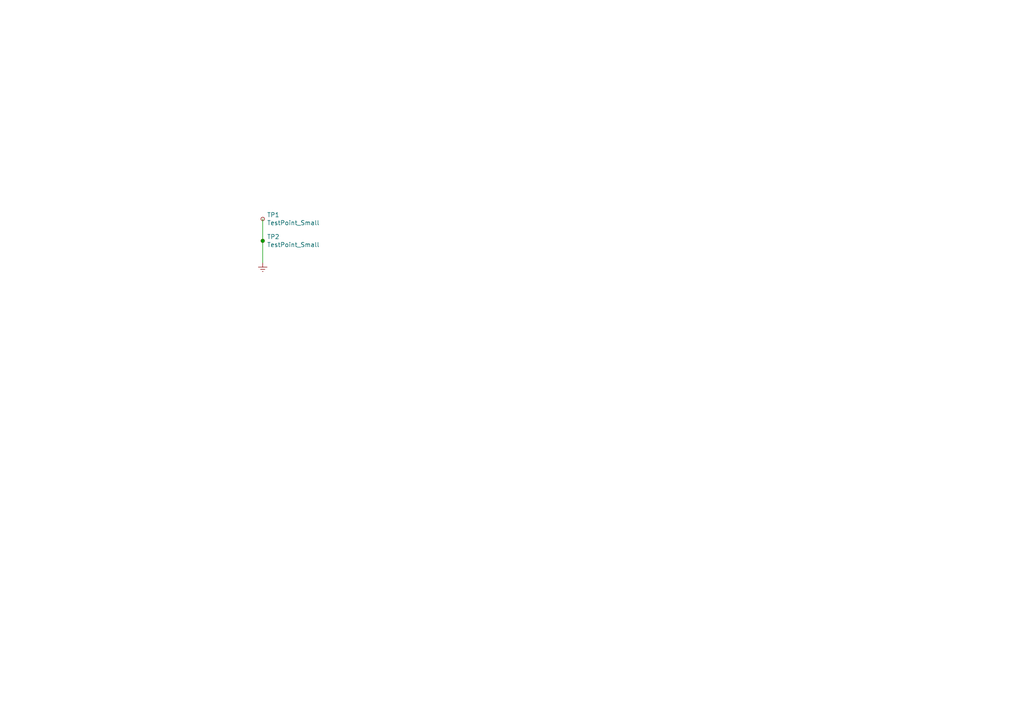
<source format=kicad_sch>
(kicad_sch (version 20231120) (generator "eeschema") (generator_version "8.0")
  (paper "A4")
  (title_block (title "Quack back panel") (date "2024-09-25") (rev "1.1") (company "Lostwave") (comment 1 "https://68kmla.org") (comment 2 "https://github.com/quack/quack"))
  (lib_symbols
    (symbol "Connector:TestPoint_Small" (pin_numbers hide) (pin_names (offset 0.762) hide)
      (property "Reference" "TP" (at 0 3.81 0))
      (property "Value" "TestPoint_Small" (at 0 2.032 0))
      (symbol "TestPoint_Small_0_1"
        (circle (center 0 0) (radius 0.508))
      )
      (symbol "TestPoint_Small_1_1"
        (pin passive line (at 0 0 90) (length 0) (name "1") (number "1"))
      )
    )
    (symbol "quack_BP-rescue:Earth-power" (power) (pin_names (offset 0))
      (symbol "Earth-power_0_1"
        (polyline (pts (xy -0.635 -1.905) (xy 0.635 -1.905)))
        (polyline (pts (xy -0.127 -2.54) (xy 0.127 -2.54)))
        (polyline (pts (xy 0 -1.27) (xy 0 0)))
        (polyline (pts (xy 1.27 -1.27) (xy -1.27 -1.27)))
      )
      (symbol "Earth-power_1_1"
        (pin power_in line (at 0 0 270) (length 0) hide (name "Earth") (number "1"))
      )
    )
  )
  (junction (at 76.2 69.85))
  (wire (pts (xy 76.2 69.85) (xy 76.2 63.5)))
  (wire (pts (xy 76.2 76.2) (xy 76.2 69.85)))
  (symbol (lib_id "quack_BP-rescue:Earth-power") (at 76.2 76.2 0) (unit 1)
    (property "Reference" "#PWR0101" (effects (hide yes)))
    (property "Value" "Earth" (effects (hide yes)))
  )
  (symbol (lib_id "Connector:TestPoint_Small") (at 76.2 63.5 0) (unit 1)
    (property "Reference" "TP1" (at 77.4192 62.3316 0) (effects (justify left)))
    (property "Value" "TestPoint_Small" (at 77.4192 64.643 0) (effects (justify left)))
    (property "Footprint" "TestPoint:TestPoint_Pad_1.5x1.5mm" (effects (hide yes)))
  )
  (symbol (lib_id "Connector:TestPoint_Small") (at 76.2 69.85 0) (unit 1)
    (property "Reference" "TP2" (at 77.4192 68.6816 0) (effects (justify left)))
    (property "Value" "TestPoint_Small" (at 77.4192 70.993 0) (effects (justify left)))
    (property "Footprint" "TestPoint:TestPoint_Pad_1.5x1.5mm" (effects (hide yes)))
  )
)
</source>
